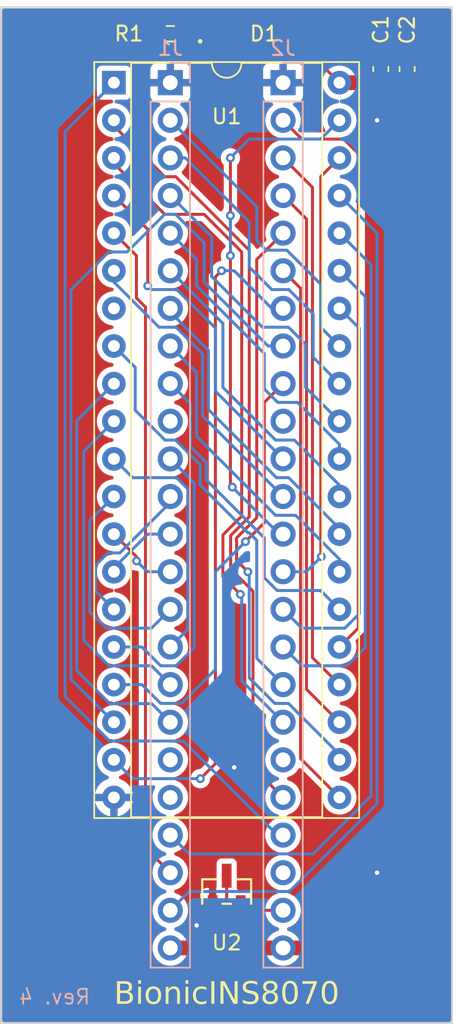
<source format=kicad_pcb>
(kicad_pcb (version 20221018) (generator pcbnew)
  (title_block (title "BionicINS8070") (date "2024-04-24") (rev "3") (company "Tadashi G. Takaoka"))
  (layers (0 "F.Cu" signal) (31 "B.Cu" signal) (34 "B.Paste" user) (35 "F.Paste" user) (36 "B.SilkS" user "B.Silkscreen") (37 "F.SilkS" user "F.Silkscreen") (38 "B.Mask" user) (39 "F.Mask" user) (44 "Edge.Cuts" user))
  (net 0 "")
  (net 1 "VCC")
  (net 2 "GND")
  (net 3 "/P53")
  (net 5 "/P26")
  (net 7 "/P27")
  (net 8 "/P47")
  (net 9 "/P46")
  (net 10 "Net-(J2-P57)")
  (net 12 "/P25")
  (net 13 "/P24")
  (net 14 "/P23")
  (net 15 "/P22")
  (net 16 "/P21")
  (net 17 "/P20")
  (net 18 "/P34")
  (net 20 "/P35")
  (net 21 "/P17")
  (net 22 "/P36")
  (net 23 "/P16")
  (net 25 "/P15")
  (net 26 "/P14")
  (net 27 "/P41")
  (net 28 "/P13")
  (net 29 "/P42")
  (net 30 "/P12")
  (net 31 "/P11")
  (net 32 "/P44")
  (net 33 "/P10")
  (net 34 "/P45")
  (net 35 "/P33")
  (net 36 "/P32")
  (net 37 "/P31")
  (net 38 "/P30")
  (net 39 "/P51")
  (net 40 "/P55")
  (net 41 "/P43")
  (net 42 "/P52")
  (net 43 "/P54")
  (net 44 "/P40")
  (net 45 "/P37")
  (net 48 "Net-(D1-K)")
  (footprint "0-LocalLibrary:LED_CSL1901UW1_ROM" (layer "F.Cu") (at 116.2273 71.778)
    (fp_text reference "D1" (at 2.5527 0 unlocked) (layer "F.SilkS"))
    (fp_text value "CSL1901UW1")
    (fp_circle (center -1.778 0.508) (end -1.7018 0.508) (stroke (width 0.1524)) (fill none) (layer "F.SilkS"))
    (pad "1" smd rect (at -0.7747 0) (size 0.762 0.7112) (layers "F.Cu" "F.Paste" "F.Mask") (net 48 "Net-(D1-K)"))
    (pad "2" smd rect (at 0.7747 0) (size 0.762 0.7112) (layers "F.Cu" "F.Paste" "F.Mask") (net 1 "VCC"))
    (zone (net 0) (net_name "") (layer "F.Cu") (connect_pads (clearance 0)) (min_thickness 0.254)
      (keepout (tracks not_allowed) (vias not_allowed) (pads allowed) (copperpour not_allowed) (footprints allowed))
      (fill (thermal_gap 0.508) (thermal_bridge_width 0.508))
      (polygon (pts (xy 115.8844 71.4224) (xy 116.5702 71.4224) (xy 116.5702 72.1336) (xy 115.8844 72.1336)))
    )
  )
  (footprint "Capacitor_SMD:C_0603_1608Metric_Pad1.08x0.95mm_HandSolder" (layer "F.Cu") (at 128.432 74.1645 90)
    (fp_text reference "C2" (at 2.6405 0 90) (layer "F.SilkS"))
    (fp_text value "22u")
    (fp_line (start -0.146267 -0.51) (end 0.146267 -0.51) (stroke (width 0.12)) (layer "F.SilkS"))
    (fp_line (start -0.146267 0.51) (end 0.146267 0.51) (stroke (width 0.12)) (layer "F.SilkS"))
    (pad "1" smd roundrect (at -0.8625 0 90) (size 1.075 0.95) (layers "F.Cu" "F.Paste" "F.Mask") (net 1 "VCC"))
    (pad "2" smd roundrect (at 0.8625 0 90) (size 1.075 0.95) (layers "F.Cu" "F.Paste" "F.Mask") (net 2 "GND"))
  )
  (footprint "0-LocalLibrary:DIP-40_W15.24mm_Socket" (layer "F.Cu") (at 108.62 75.08)
    (fp_text reference "U1" (at 7.62 2.286) (layer "F.SilkS"))
    (fp_text value "INS8070")
    (fp_line (start -1.33 -1.39) (end -1.33 49.65) (stroke (width 0.12)) (layer "F.SilkS"))
    (fp_line (start -1.33 49.65) (end 16.57 49.65) (stroke (width 0.12)) (layer "F.SilkS"))
    (fp_line (start 1.16 -1.33) (end 1.16 49.59) (stroke (width 0.12)) (layer "F.SilkS"))
    (fp_line (start 1.16 49.59) (end 14.08 49.59) (stroke (width 0.12)) (layer "F.SilkS"))
    (fp_line (start 6.62 -1.33) (end 1.16 -1.33) (stroke (width 0.12)) (layer "F.SilkS"))
    (fp_line (start 14.08 -1.33) (end 8.62 -1.33) (stroke (width 0.12)) (layer "F.SilkS"))
    (fp_line (start 14.08 49.59) (end 14.08 -1.33) (stroke (width 0.12)) (layer "F.SilkS"))
    (fp_line (start 16.57 -1.39) (end -1.33 -1.39) (stroke (width 0.12)) (layer "F.SilkS"))
    (fp_line (start 16.57 49.65) (end 16.57 -1.39) (stroke (width 0.12)) (layer "F.SilkS"))
    (fp_arc (start 8.62 -1.33) (mid 7.62 -0.33) (end 6.62 -1.33) (stroke (width 0.12)) (layer "F.SilkS"))
    (pad "1" thru_hole rect (at 0 0) (size 1.6 1.6) (drill 0.8) (layers "*.Cu" "*.Mask") (net 40 "/P55"))
    (pad "2" thru_hole oval (at 0 2.54) (size 1.6 1.6) (drill 0.8) (layers "*.Cu" "*.Mask") (net 43 "/P54"))
    (pad "3" thru_hole oval (at 0 5.08) (size 1.6 1.6) (drill 0.8) (layers "*.Cu" "*.Mask") (net 8 "/P47"))
    (pad "4" thru_hole oval (at 0 7.62) (size 1.6 1.6) (drill 0.8) (layers "*.Cu" "*.Mask") (net 44 "/P40"))
    (pad "5" thru_hole oval (at 0 10.16) (size 1.6 1.6) (drill 0.8) (layers "*.Cu" "*.Mask") (net 42 "/P52"))
    (pad "6" thru_hole oval (at 0 12.7) (size 1.6 1.6) (drill 0.8) (layers "*.Cu" "*.Mask") (net 27 "/P41"))
    (pad "7" thru_hole oval (at 0 15.24) (size 1.6 1.6) (drill 0.8) (layers "*.Cu" "*.Mask"))
    (pad "8" thru_hole oval (at 0 17.78) (size 1.6 1.6) (drill 0.8) (layers "*.Cu" "*.Mask") (net 9 "/P46"))
    (pad "9" thru_hole oval (at 0 20.32) (size 1.6 1.6) (drill 0.8) (layers "*.Cu" "*.Mask") (net 45 "/P37"))
    (pad "10" thru_hole oval (at 0 22.86) (size 1.6 1.6) (drill 0.8) (layers "*.Cu" "*.Mask") (net 22 "/P36"))
    (pad "11" thru_hole oval (at 0 25.4) (size 1.6 1.6) (drill 0.8) (layers "*.Cu" "*.Mask") (net 20 "/P35"))
    (pad "12" thru_hole oval (at 0 27.94) (size 1.6 1.6) (drill 0.8) (layers "*.Cu" "*.Mask") (net 18 "/P34"))
    (pad "13" thru_hole oval (at 0 30.48) (size 1.6 1.6) (drill 0.8) (layers "*.Cu" "*.Mask") (net 35 "/P33"))
    (pad "14" thru_hole oval (at 0 33.02) (size 1.6 1.6) (drill 0.8) (layers "*.Cu" "*.Mask") (net 36 "/P32"))
    (pad "15" thru_hole oval (at 0 35.56) (size 1.6 1.6) (drill 0.8) (layers "*.Cu" "*.Mask") (net 37 "/P31"))
    (pad "16" thru_hole oval (at 0 38.1) (size 1.6 1.6) (drill 0.8) (layers "*.Cu" "*.Mask") (net 38 "/P30"))
    (pad "17" thru_hole oval (at 0 40.64) (size 1.6 1.6) (drill 0.8) (layers "*.Cu" "*.Mask") (net 7 "/P27"))
    (pad "18" thru_hole oval (at 0 43.18) (size 1.6 1.6) (drill 0.8) (layers "*.Cu" "*.Mask") (net 5 "/P26"))
    (pad "19" thru_hole oval (at 0 45.72) (size 1.6 1.6) (drill 0.8) (layers "*.Cu" "*.Mask") (net 12 "/P25"))
    (pad "20" thru_hole oval (at 0 48.26) (size 1.6 1.6) (drill 0.8) (layers "*.Cu" "*.Mask") (net 2 "GND"))
    (pad "21" thru_hole oval (at 15.24 48.26) (size 1.6 1.6) (drill 0.8) (layers "*.Cu" "*.Mask") (net 13 "/P24"))
    (pad "22" thru_hole oval (at 15.24 45.72) (size 1.6 1.6) (drill 0.8) (layers "*.Cu" "*.Mask") (net 14 "/P23"))
    (pad "23" thru_hole oval (at 15.24 43.18) (size 1.6 1.6) (drill 0.8) (layers "*.Cu" "*.Mask") (net 15 "/P22"))
    (pad "24" thru_hole oval (at 15.24 40.64) (size 1.6 1.6) (drill 0.8) (layers "*.Cu" "*.Mask") (net 16 "/P21"))
    (pad "25" thru_hole oval (at 15.24 38.1) (size 1.6 1.6) (drill 0.8) (layers "*.Cu" "*.Mask") (net 17 "/P20"))
    (pad "26" thru_hole oval (at 15.24 35.56) (size 1.6 1.6) (drill 0.8) (layers "*.Cu" "*.Mask") (net 21 "/P17"))
    (pad "27" thru_hole oval (at 15.24 33.02) (size 1.6 1.6) (drill 0.8) (layers "*.Cu" "*.Mask") (net 23 "/P16"))
    (pad "28" thru_hole oval (at 15.24 30.48) (size 1.6 1.6) (drill 0.8) (layers "*.Cu" "*.Mask") (net 25 "/P15"))
    (pad "29" thru_hole oval (at 15.24 27.94) (size 1.6 1.6) (drill 0.8) (layers "*.Cu" "*.Mask") (net 26 "/P14"))
    (pad "30" thru_hole oval (at 15.24 25.4) (size 1.6 1.6) (drill 0.8) (layers "*.Cu" "*.Mask") (net 28 "/P13"))
    (pad "31" thru_hole oval (at 15.24 22.86) (size 1.6 1.6) (drill 0.8) (layers "*.Cu" "*.Mask") (net 30 "/P12"))
    (pad "32" thru_hole oval (at 15.24 20.32) (size 1.6 1.6) (drill 0.8) (layers "*.Cu" "*.Mask") (net 31 "/P11"))
    (pad "33" thru_hole oval (at 15.24 17.78) (size 1.6 1.6) (drill 0.8) (layers "*.Cu" "*.Mask") (net 33 "/P10"))
    (pad "34" thru_hole oval (at 15.24 15.24) (size 1.6 1.6) (drill 0.8) (layers "*.Cu" "*.Mask") (net 32 "/P44"))
    (pad "35" thru_hole oval (at 15.24 12.7) (size 1.6 1.6) (drill 0.8) (layers "*.Cu" "*.Mask") (net 34 "/P45"))
    (pad "36" thru_hole oval (at 15.24 10.16) (size 1.6 1.6) (drill 0.8) (layers "*.Cu" "*.Mask") (net 39 "/P51"))
    (pad "37" thru_hole oval (at 15.24 7.62) (size 1.6 1.6) (drill 0.8) (layers "*.Cu" "*.Mask") (net 3 "/P53"))
    (pad "38" thru_hole oval (at 15.24 5.08) (size 1.6 1.6) (drill 0.8) (layers "*.Cu" "*.Mask") (net 41 "/P43"))
    (pad "39" thru_hole oval (at 15.24 2.54) (size 1.6 1.6) (drill 0.8) (layers "*.Cu" "*.Mask") (net 29 "/P42"))
    (pad "40" thru_hole oval (at 15.24 0) (size 1.6 1.6) (drill 0.8) (layers "*.Cu" "*.Mask") (net 1 "VCC"))
  )
  (footprint "Capacitor_SMD:C_0603_1608Metric_Pad1.08x0.95mm_HandSolder" (layer "F.Cu") (at 126.654 74.1645 90)
    (fp_text reference "C1" (at 2.667 0 90) (layer "F.SilkS"))
    (fp_text value "0.1u")
    (fp_line (start -0.146267 -0.51) (end 0.146267 -0.51) (stroke (width 0.12)) (layer "F.SilkS"))
    (fp_line (start -0.146267 0.51) (end 0.146267 0.51) (stroke (width 0.12)) (layer "F.SilkS"))
    (pad "1" smd roundrect (at -0.8625 0 90) (size 1.075 0.95) (layers "F.Cu" "F.Paste" "F.Mask") (net 1 "VCC"))
    (pad "2" smd roundrect (at 0.8625 0 90) (size 1.075 0.95) (layers "F.Cu" "F.Paste" "F.Mask") (net 2 "GND"))
  )
  (footprint "Resistor_SMD:R_0603_1608Metric_Pad0.98x0.95mm_HandSolder" (layer "F.Cu") (at 112.43 71.778 180)
    (fp_text reference "R1" (at 2.794 0) (layer "F.SilkS"))
    (fp_text value "1.6k")
    (fp_line (start -0.254724 -0.5225) (end 0.254724 -0.5225) (stroke (width 0.12)) (layer "F.SilkS"))
    (fp_line (start -0.254724 0.5225) (end 0.254724 0.5225) (stroke (width 0.12)) (layer "F.SilkS"))
    (pad "1" smd roundrect (at -0.9125 0 180) (size 0.975 0.95) (layers "F.Cu" "F.Paste" "F.Mask") (net 48 "Net-(D1-K)"))
    (pad "2" smd roundrect (at 0.9125 0 180) (size 0.975 0.95) (layers "F.Cu" "F.Paste" "F.Mask") (net 2 "GND"))
  )
  (footprint "0-LocalLibrary:SOT-23_MC_MCH-M" (layer "F.Cu") (at 116.24 129.69)
    (fp_text reference "U2" (at 0 3.4544 unlocked) (layer "F.SilkS"))
    (fp_text value "11AA010-I/TT")
    (fp_line (start -1.652 -0.827) (end -1.652 0.827) (stroke (width 0.1524)) (layer "F.SilkS"))
    (fp_line (start -0.66294 -0.827) (end -1.652 -0.827) (stroke (width 0.1524)) (layer "F.SilkS"))
    (fp_line (start -0.287061 0.827) (end 0.287061 0.827) (stroke (width 0.1524)) (layer "F.SilkS"))
    (fp_line (start 1.652 -0.827) (end 0.66294 -0.827) (stroke (width 0.1524)) (layer "F.SilkS"))
    (fp_line (start 1.652 0.827) (end 1.652 -0.827) (stroke (width 0.1524)) (layer "F.SilkS"))
    (pad "1" smd rect (at -0.950001 1.066) (size 0.6604 1.6256) (layers "F.Cu" "F.Paste" "F.Mask") (net 2 "GND"))
    (pad "2" smd rect (at 0.950001 1.066) (size 0.6604 1.6256) (layers "F.Cu" "F.Paste" "F.Mask") (net 10 "Net-(J2-P57)"))
    (pad "3" smd rect (at 0 -1.066) (size 0.6604 1.6256) (layers "F.Cu" "F.Paste" "F.Mask") (net 1 "VCC"))
  )
  (footprint "0-LocalLibrary:Bionic-P135_Vertical" (layer "B.Cu") (at 112.43 75.08 180)
    (fp_text reference "J1" (at 0 2.33) (layer "B.SilkS") (effects (justify mirror)))
    (fp_text value "Bionic-P135")
    (fp_line (start -1.33 -59.75) (end 1.33 -59.75) (stroke (width 0.12)) (layer "B.SilkS"))
    (fp_line (start -1.33 -1.27) (end -1.33 -59.75) (stroke (width 0.12)) (layer "B.SilkS"))
    (fp_line (start -1.33 -1.27) (end 1.33 -1.27) (stroke (width 0.12)) (layer "B.SilkS"))
    (fp_line (start -1.33 0) (end -1.33 1.33) (stroke (width 0.12)) (layer "B.SilkS"))
    (fp_line (start -1.33 1.33) (end 0 1.33) (stroke (width 0.12)) (layer "B.SilkS"))
    (fp_line (start 1.33 -1.27) (end 1.33 -59.75) (stroke (width 0.12)) (layer "B.SilkS"))
    (pad "1" thru_hole rect (at 0 0 180) (size 1.7 1.7) (drill 1) (layers "*.Cu" "*.Mask") (net 2 "GND"))
    (pad "2" thru_hole oval (at 0 -2.54 180) (size 1.7 1.7) (drill 1) (layers "*.Cu" "*.Mask") (net 33 "/P10"))
    (pad "3" thru_hole oval (at 0 -5.08 180) (size 1.7 1.7) (drill 1) (layers "*.Cu" "*.Mask") (net 31 "/P11"))
    (pad "4" thru_hole oval (at 0 -7.62 180) (size 1.7 1.7) (drill 1) (layers "*.Cu" "*.Mask") (net 30 "/P12"))
    (pad "5" thru_hole oval (at 0 -10.16 180) (size 1.7 1.7) (drill 1) (layers "*.Cu" "*.Mask") (net 28 "/P13"))
    (pad "6" thru_hole oval (at 0 -12.7 180) (size 1.7 1.7) (drill 1) (layers "*.Cu" "*.Mask") (net 26 "/P14"))
    (pad "7" thru_hole oval (at 0 -15.24 180) (size 1.7 1.7) (drill 1) (layers "*.Cu" "*.Mask") (net 25 "/P15"))
    (pad "8" thru_hole oval (at 0 -17.78 180) (size 1.7 1.7) (drill 1) (layers "*.Cu" "*.Mask") (net 23 "/P16"))
    (pad "9" thru_hole oval (at 0 -20.32 180) (size 1.7 1.7) (drill 1) (layers "*.Cu" "*.Mask") (net 21 "/P17"))
    (pad "10" thru_hole oval (at 0 -22.86 180) (size 1.7 1.7) (drill 1) (layers "*.Cu" "*.Mask"))
    (pad "11" thru_hole oval (at 0 -25.4 180) (size 1.7 1.7) (drill 1) (layers "*.Cu" "*.Mask") (net 38 "/P30"))
    (pad "12" thru_hole oval (at 0 -27.94 180) (size 1.7 1.7) (drill 1) (layers "*.Cu" "*.Mask") (net 37 "/P31"))
    (pad "13" thru_hole oval (at 0 -30.48 180) (size 1.7 1.7) (drill 1) (layers "*.Cu" "*.Mask") (net 36 "/P32"))
    (pad "14" thru_hole oval (at 0 -33.02 180) (size 1.7 1.7) (drill 1) (layers "*.Cu" "*.Mask") (net 35 "/P33"))
    (pad "15" thru_hole oval (at 0 -35.56 180) (size 1.7 1.7) (drill 1) (layers "*.Cu" "*.Mask") (net 18 "/P34"))
    (pad "16" thru_hole oval (at 0 -38.1 180) (size 1.7 1.7) (drill 1) (layers "*.Cu" "*.Mask") (net 20 "/P35"))
    (pad "17" thru_hole oval (at 0 -40.64 180) (size 1.7 1.7) (drill 1) (layers "*.Cu" "*.Mask") (net 22 "/P36"))
    (pad "18" thru_hole oval (at 0 -43.18 180) (size 1.7 1.7) (drill 1) (layers "*.Cu" "*.Mask") (net 45 "/P37"))
    (pad "19" thru_hole oval (at 0 -45.72 180) (size 1.7 1.7) (drill 1) (layers "*.Cu" "*.Mask"))
    (pad "20" thru_hole oval (at 0 -48.26 180) (size 1.7 1.7) (drill 1) (layers "*.Cu" "*.Mask"))
    (pad "21" thru_hole oval (at 0 -50.8 180) (size 1.7 1.7) (drill 1) (layers "*.Cu" "*.Mask") (net 39 "/P51"))
    (pad "22" thru_hole oval (at 0 -53.34 180) (size 1.7 1.7) (drill 1) (layers "*.Cu" "*.Mask") (net 42 "/P52"))
    (pad "23" thru_hole oval (at 0 -55.88 180) (size 1.7 1.7) (drill 1) (layers "*.Cu" "*.Mask") (net 3 "/P53"))
    (pad "24" thru_hole oval (at 0 -58.42 180) (size 1.7 1.7) (drill 1) (layers "*.Cu" "*.Mask") (net 1 "VCC"))
  )
  (footprint "0-LocalLibrary:Bionic-P245_Vertical" (layer "B.Cu") (at 120.05 75.08 180)
    (fp_text reference "J2" (at 0 2.33) (layer "B.SilkS") (effects (justify mirror)))
    (fp_text value "Bionic-P245")
    (fp_line (start -1.33 -59.75) (end 1.33 -59.75) (stroke (width 0.12)) (layer "B.SilkS"))
    (fp_line (start -1.33 -1.27) (end -1.33 -59.75) (stroke (width 0.12)) (layer "B.SilkS"))
    (fp_line (start -1.33 -1.27) (end 1.33 -1.27) (stroke (width 0.12)) (layer "B.SilkS"))
    (fp_line (start -1.33 0) (end -1.33 1.33) (stroke (width 0.12)) (layer "B.SilkS"))
    (fp_line (start -1.33 1.33) (end 0 1.33) (stroke (width 0.12)) (layer "B.SilkS"))
    (fp_line (start 1.33 -1.27) (end 1.33 -59.75) (stroke (width 0.12)) (layer "B.SilkS"))
    (pad "25" thru_hole oval (at 0 -58.42 180) (size 1.7 1.7) (drill 1) (layers "*.Cu" "*.Mask") (net 1 "VCC"))
    (pad "26" thru_hole oval (at 0 -55.88 180) (size 1.7 1.7) (drill 1) (layers "*.Cu" "*.Mask") (net 10 "Net-(J2-P57)"))
    (pad "27" thru_hole oval (at 0 -53.34 180) (size 1.7 1.7) (drill 1) (layers "*.Cu" "*.Mask"))
    (pad "28" thru_hole oval (at 0 -50.8 180) (size 1.7 1.7) (drill 1) (layers "*.Cu" "*.Mask") (net 40 "/P55"))
    (pad "29" thru_hole oval (at 0 -48.26 180) (size 1.7 1.7) (drill 1) (layers "*.Cu" "*.Mask") (net 43 "/P54"))
    (pad "30" thru_hole oval (at 0 -45.72 180) (size 1.7 1.7) (drill 1) (layers "*.Cu" "*.Mask"))
    (pad "31" thru_hole oval (at 0 -43.18 180) (size 1.7 1.7) (drill 1) (layers "*.Cu" "*.Mask") (net 8 "/P47"))
    (pad "32" thru_hole oval (at 0 -40.64 180) (size 1.7 1.7) (drill 1) (layers "*.Cu" "*.Mask") (net 9 "/P46"))
    (pad "33" thru_hole oval (at 0 -38.1 180) (size 1.7 1.7) (drill 1) (layers "*.Cu" "*.Mask") (net 34 "/P45"))
    (pad "34" thru_hole oval (at 0 -35.56 180) (size 1.7 1.7) (drill 1) (layers "*.Cu" "*.Mask") (net 32 "/P44"))
    (pad "35" thru_hole oval (at 0 -33.02 180) (size 1.7 1.7) (drill 1) (layers "*.Cu" "*.Mask") (net 41 "/P43"))
    (pad "36" thru_hole oval (at 0 -30.48 180) (size 1.7 1.7) (drill 1) (layers "*.Cu" "*.Mask") (net 29 "/P42"))
    (pad "37" thru_hole oval (at 0 -27.94 180) (size 1.7 1.7) (drill 1) (layers "*.Cu" "*.Mask") (net 27 "/P41"))
    (pad "38" thru_hole oval (at 0 -25.4 180) (size 1.7 1.7) (drill 1) (layers "*.Cu" "*.Mask") (net 44 "/P40"))
    (pad "39" thru_hole oval (at 0 -22.86 180) (size 1.7 1.7) (drill 1) (layers "*.Cu" "*.Mask"))
    (pad "40" thru_hole oval (at 0 -20.32 180) (size 1.7 1.7) (drill 1) (layers "*.Cu" "*.Mask") (net 7 "/P27"))
    (pad "41" thru_hole oval (at 0 -17.78 180) (size 1.7 1.7) (drill 1) (layers "*.Cu" "*.Mask") (net 5 "/P26"))
    (pad "42" thru_hole oval (at 0 -15.24 180) (size 1.7 1.7) (drill 1) (layers "*.Cu" "*.Mask") (net 12 "/P25"))
    (pad "43" thru_hole oval (at 0 -12.7 180) (size 1.7 1.7) (drill 1) (layers "*.Cu" "*.Mask") (net 13 "/P24"))
    (pad "44" thru_hole oval (at 0 -10.16 180) (size 1.7 1.7) (drill 1) (layers "*.Cu" "*.Mask") (net 14 "/P23"))
    (pad "45" thru_hole oval (at 0 -7.62 180) (size 1.7 1.7) (drill 1) (layers "*.Cu" "*.Mask") (net 15 "/P22"))
    (pad "46" thru_hole oval (at 0 -5.08 180) (size 1.7 1.7) (drill 1) (layers "*.Cu" "*.Mask") (net 16 "/P21"))
    (pad "47" thru_hole oval (at 0 -2.54 180) (size 1.7 1.7) (drill 1) (layers "*.Cu" "*.Mask") (net 17 "/P20"))
    (pad "48" thru_hole rect (at 0 0 180) (size 1.7 1.7) (drill 1) (layers "*.Cu" "*.Mask") (net 2 "GND"))
  )
  (gr_rect (start 101 70) (end 131.48 138.58) (stroke (width 0.15)) (fill none) (layer "Edge.Cuts"))
  (gr_text "Rev. 4" (at 107.096 136.802) (layer "B.SilkS") (effects (font (size 1 1)) (justify left mirror)))
  (gr_text "BionicINS8070" (at 116.24 136.6496) (layer "F.SilkS") (effects (font (size 1.5 1.5))))
  (segment (start 120.558 71.778) (end 123.86 75.08) (width 0.2) (layer "F.Cu") (net 1))
  (segment locked (start 120.05 133.5) (end 123.86 133.5) (width 1) (layer "F.Cu") (net 1))
  (segment (start 117.0147 71.778) (end 120.558 71.778) (width 0.2) (layer "F.Cu") (net 1))
  (segment (start 126.4 74.7995) (end 126.4 75.08) (width 0.2) (layer "F.Cu") (net 1))
  (segment locked (start 128.94 128.42) (end 128.94 77.62) (width 1) (layer "F.Cu") (net 1))
  (segment (start 128.94 77.62) (end 128.94 75.535) (width 1) (layer "F.Cu") (net 1))
  (segment locked (start 123.86 133.5) (end 128.94 128.42) (width 1) (layer "F.Cu") (net 1))
  (segment locked (start 126.4 75.08) (end 123.86 75.08) (width 1) (layer "F.Cu") (net 1))
  (segment (start 128.485 75.08) (end 126.4 75.08) (width 1) (layer "F.Cu") (net 1))
  (segment (start 128.94 75.535) (end 128.485 75.08) (width 1) (layer "F.Cu") (net 1))
  (segment (start 116.24 133.5) (end 116.24 128.624) (width 0.2) (layer "F.Cu") (net 1))
  (segment locked (start 112.43 133.5) (end 120.05 133.5) (width 1) (layer "F.Cu") (net 1))
  (via (at 126.4 128.42) (size 0.6) (drill 0.3) (layers "F.Cu" "B.Cu") (net 2))
  (via (at 116.748 121.308) (size 0.6) (drill 0.3) (layers "F.Cu" "B.Cu") (net 2))
  (via (at 126.4 77.62) (size 0.6) (drill 0.3) (layers "F.Cu" "B.Cu") (net 2))
  (via (at 114.208 131.976) (size 0.6) (drill 0.3) (layers "F.Cu" "B.Cu") (net 2))
  (segment (start 112.43 130.96) (end 113.7 129.69) (width 0.2) (layer "B.Cu") (net 3))
  (segment (start 126.4 123.7655) (end 126.4 85.24) (width 0.2) (layer "B.Cu") (net 3))
  (segment (start 113.7 129.69) (end 120.4755 129.69) (width 0.2) (layer "B.Cu") (net 3))
  (segment (start 126.4 85.24) (end 123.86 82.7) (width 0.2) (layer "B.Cu") (net 3))
  (segment (start 120.4755 129.69) (end 126.4 123.7655) (width 0.2) (layer "B.Cu") (net 3))
  (segment (start 112.0531 83.97) (end 109.5131 86.51) (width 0.2) (layer "B.Cu") (net 5))
  (segment (start 112.7892 83.97) (end 112.0531 83.97) (width 0.2) (layer "B.Cu") (net 5))
  (segment (start 109.5131 86.51) (end 108.2672 86.51) (width 0.2) (layer "B.Cu") (net 5))
  (segment (start 105.718 89.0592) (end 105.718 115.358) (width 0.2) (layer "B.Cu") (net 5))
  (segment (start 114.716 88.542) (end 114.716 85.8968) (width 0.2) (layer "B.Cu") (net 5))
  (segment (start 105.718 115.358) (end 108.62 118.26) (width 0.2) (layer "B.Cu") (net 5))
  (segment (start 108.2672 86.51) (end 105.718 89.0592) (width 0.2) (layer "B.Cu") (net 5))
  (segment (start 119.034 92.86) (end 114.716 88.542) (width 0.2) (layer "B.Cu") (net 5))
  (segment (start 120.05 92.86) (end 119.034 92.86) (width 0.2) (layer "B.Cu") (net 5))
  (segment (start 114.716 85.8968) (end 112.7892 83.97) (width 0.2) (layer "B.Cu") (net 5))
  (segment (start 118.78 96.67) (end 120.05 95.4) (width 0.2) (layer "F.Cu") (net 7))
  (segment (start 118.78 104.798) (end 118.78 96.67) (width 0.2) (layer "F.Cu") (net 7))
  (segment (start 117.51 106.068) (end 118.78 104.798) (width 0.2) (layer "F.Cu") (net 7))
  (via (at 117.51 106.068) (size 0.6) (drill 0.3) (layers "F.Cu" "B.Cu") (net 7))
  (segment (start 115.478 114.704) (end 113.192 116.99) (width 0.2) (layer "B.Cu") (net 7))
  (segment (start 110.5115 115.72) (end 108.62 115.72) (width 0.2) (layer "B.Cu") (net 7))
  (segment (start 111.7815 116.99) (end 110.5115 115.72) (width 0.2) (layer "B.Cu") (net 7))
  (segment (start 113.192 116.99) (end 111.7815 116.99) (width 0.2) (layer "B.Cu") (net 7))
  (segment (start 117.51 106.068) (end 115.478 108.1) (width 0.2) (layer "B.Cu") (net 7))
  (segment (start 115.478 108.1) (end 115.478 114.704) (width 0.2) (layer "B.Cu") (net 7))
  (segment (start 112.053 83.97) (end 108.62 80.537) (width 0.2) (layer "F.Cu") (net 8))
  (segment (start 117.256 86.51) (end 114.716 83.97) (width 0.2) (layer "F.Cu") (net 8))
  (segment (start 117.164 109.624) (end 115.986 108.446) (width 0.2) (layer "F.Cu") (net 8))
  (segment (start 115.986 105.612099) (end 117.256 104.342099) (width 0.2) (layer "F.Cu") (net 8))
  (segment (start 117.256 104.342099) (end 117.256 86.51) (width 0.2) (layer "F.Cu") (net 8))
  (segment (start 108.62 80.537) (end 108.62 80.16) (width 0.2) (layer "F.Cu") (net 8))
  (segment (start 115.986 108.446) (end 115.986 105.612099) (width 0.2) (layer "F.Cu") (net 8))
  (segment (start 114.716 83.97) (end 112.053 83.97) (width 0.2) (layer "F.Cu") (net 8))
  (via (at 117.164 109.624) (size 0.6) (drill 0.3) (layers "F.Cu" "B.Cu") (net 8))
  (segment (start 117.164 109.624) (end 117.256 109.716) (width 0.2) (layer "B.Cu") (net 8))
  (segment (start 117.256 109.716) (end 117.256 115.466) (width 0.2) (layer "B.Cu") (net 8))
  (segment (start 117.256 115.466) (end 120.05 118.26) (width 0.2) (layer "B.Cu") (net 8))
  (segment (start 112.0708 99.21) (end 110.0596 97.1988) (width 0.2) (layer "B.Cu") (net 9))
  (segment (start 120.05 115.72) (end 118.272 113.942) (width 0.2) (layer "B.Cu") (net 9))
  (segment (start 110.0596 97.1988) (end 110.0596 94.2996) (width 0.2) (layer "B.Cu") (net 9))
  (segment (start 117.672 105.468) (end 114.4473 102.2433) (width 0.2) (layer "B.Cu") (net 9))
  (segment (start 118.272 113.942) (end 118.272 105.981471) (width 0.2) (layer "B.Cu") (net 9))
  (segment (start 114.4473 102.2433) (end 114.4473 100.870954) (width 0.2) (layer "B.Cu") (net 9))
  (segment (start 112.786346 99.21) (end 112.0708 99.21) (width 0.2) (layer "B.Cu") (net 9))
  (segment (start 114.4473 100.870954) (end 112.786346 99.21) (width 0.2) (layer "B.Cu") (net 9))
  (segment (start 117.758529 105.468) (end 117.672 105.468) (width 0.2) (layer "B.Cu") (net 9))
  (segment (start 118.272 105.981471) (end 117.758529 105.468) (width 0.2) (layer "B.Cu") (net 9))
  (segment (start 110.0596 94.2996) (end 108.62 92.86) (width 0.2) (layer "B.Cu") (net 9))
  (segment (start 120.05 130.96) (end 117.394 130.96) (width 0.2) (layer "F.Cu") (net 10))
  (segment (start 117.394 130.96) (end 117.19 130.756) (width 0.2) (layer "F.Cu") (net 10))
  (segment (start 115.894 87.78) (end 115.478 88.196) (width 0.2) (layer "F.Cu") (net 12))
  (segment (start 115.478 88.196) (end 115.478 121.054) (width 0.2) (layer "F.Cu") (net 12))
  (segment (start 115.478 121.054) (end 114.462 122.07) (width 0.2) (layer "F.Cu") (net 12))
  (via (at 115.894 87.78) (size 0.6) (drill 0.3) (layers "F.Cu" "B.Cu") (net 12))
  (via (at 114.462 122.07) (size 0.6) (drill 0.3) (layers "F.Cu" "B.Cu") (net 12))
  (segment (start 114.462 122.07) (end 109.89 122.07) (width 0.2) (layer "B.Cu") (net 12))
  (segment (start 116.748 87.78) (end 119.288 90.32) (width 0.2) (layer "B.Cu") (net 12))
  (segment (start 119.288 90.32) (end 120.05 90.32) (width 0.2) (layer "B.Cu") (net 12))
  (segment (start 115.894 87.78) (end 116.748 87.78) (width 0.2) (layer "B.Cu") (net 12))
  (segment (start 109.89 122.07) (end 108.62 120.8) (width 0.2) (layer "B.Cu") (net 12))
  (segment (start 121.2327 107.4694) (end 121.2327 120.7127) (width 0.2) (layer "F.Cu") (net 13))
  (segment (start 121.2347 107.4674) (end 121.2327 107.4694) (width 0.2) (layer "F.Cu") (net 13))
  (segment (start 121.2347 88.9647) (end 121.2347 107.4674) (width 0.2) (layer "F.Cu") (net 13))
  (segment (start 120.05 87.78) (end 121.2347 88.9647) (width 0.2) (layer "F.Cu") (net 13))
  (segment (start 121.2327 120.7127) (end 123.86 123.34) (width 0.2) (layer "F.Cu") (net 13))
  (segment (start 116.91 107.338) (end 116.91 105.819471) (width 0.2) (layer "F.Cu") (net 14))
  (segment (start 118.272 87.018) (end 120.05 85.24) (width 0.2) (layer "F.Cu") (net 14))
  (segment (start 116.91 105.819471) (end 118.272 104.457471) (width 0.2) (layer "F.Cu") (net 14))
  (segment (start 118.272 104.457471) (end 118.272 87.018) (width 0.2) (layer "F.Cu") (net 14))
  (segment (start 117.672 108.1) (end 116.91 107.338) (width 0.2) (layer "F.Cu") (net 14))
  (via (at 117.672 108.1) (size 0.6) (drill 0.3) (layers "F.Cu" "B.Cu") (net 14))
  (segment (start 120.4152 116.99) (end 123.86 120.4348) (width 0.2) (layer "B.Cu") (net 14))
  (segment (start 119.490827 116.99) (end 120.4152 116.99) (width 0.2) (layer "B.Cu") (net 14))
  (segment (start 123.86 120.4348) (end 123.86 120.8) (width 0.2) (layer "B.Cu") (net 14))
  (segment (start 117.764 115.263173) (end 119.490827 116.99) (width 0.2) (layer "B.Cu") (net 14))
  (segment (start 117.672 108.1) (end 117.764 108.192) (width 0.2) (layer "B.Cu") (net 14))
  (segment (start 117.764 108.192) (end 117.764 115.263173) (width 0.2) (layer "B.Cu") (net 14))
  (segment (start 123.86 118.26) (end 121.6347 116.0347) (width 0.2) (layer "F.Cu") (net 15))
  (segment (start 121.6347 84.2847) (end 120.05 82.7) (width 0.2) (layer "F.Cu") (net 15))
  (segment (start 121.6347 116.0347) (end 121.6347 84.2847) (width 0.2) (layer "F.Cu") (net 15))
  (segment (start 122.0366 113.8966) (end 122.0366 82.1466) (width 0.2) (layer "F.Cu") (net 16))
  (segment (start 123.86 115.72) (end 122.0366 113.8966) (width 0.2) (layer "F.Cu") (net 16))
  (segment (start 122.0366 82.1466) (end 120.05 80.16) (width 0.2) (layer "F.Cu") (net 16))
  (segment (start 125.13 111.91) (end 123.86 113.18) (width 0.2) (layer "F.Cu") (net 17))
  (segment (start 120.05 77.62) (end 121.32 78.89) (width 0.2) (layer "F.Cu") (net 17))
  (segment (start 124.1509 78.89) (end 125.13 79.8691) (width 0.2) (layer "F.Cu") (net 17))
  (segment (start 121.32 78.89) (end 124.1509 78.89) (width 0.2) (layer "F.Cu") (net 17))
  (segment (start 125.13 79.8691) (end 125.13 111.91) (width 0.2) (layer "F.Cu") (net 17))
  (segment (start 112.43 110.64) (end 111.16 111.91) (width 0.2) (layer "B.Cu") (net 18))
  (segment (start 106.988 104.652) (end 108.62 103.02) (width 0.2) (layer "B.Cu") (net 18))
  (segment (start 111.16 111.91) (end 108.09195 111.91) (width 0.2) (layer "B.Cu") (net 18))
  (segment (start 108.09195 111.91) (end 106.988 110.80605) (width 0.2) (layer "B.Cu") (net 18))
  (segment (start 106.988 110.80605) (end 106.988 104.652) (width 0.2) (layer "B.Cu") (net 18))
  (segment (start 112.8491 101.75) (end 113.6133 102.5142) (width 0.2) (layer "B.Cu") (net 20))
  (segment (start 108.62 100.48) (end 109.89 101.75) (width 0.2) (layer "B.Cu") (net 20))
  (segment (start 109.89 101.75) (end 112.8491 101.75) (width 0.2) (layer "B.Cu") (net 20))
  (segment (start 113.6133 102.5142) (end 113.6133 111.9967) (width 0.2) (layer "B.Cu") (net 20))
  (segment (start 113.6133 111.9967) (end 112.43 113.18) (width 0.2) (layer "B.Cu") (net 20))
  (segment (start 113.8045 96.7745) (end 113.8045 99.662468) (width 0.2) (layer "B.Cu") (net 21))
  (segment (start 118.78 108.4982) (end 119.6518 109.37) (width 0.2) (layer "B.Cu") (net 21))
  (segment (start 114.8473 101.8813) (end 118.78 105.814) (width 0.2) (layer "B.Cu") (net 21))
  (segment (start 122.59 109.37) (end 123.86 110.64) (width 0.2) (layer "B.Cu") (net 21))
  (segment (start 112.43 95.4) (end 113.8045 96.7745) (width 0.2) (layer "B.Cu") (net 21))
  (segment (start 114.8473 100.705269) (end 114.8473 101.8813) (width 0.2) (layer "B.Cu") (net 21))
  (segment (start 118.78 105.814) (end 118.78 108.4982) (width 0.2) (layer "B.Cu") (net 21))
  (segment (start 119.6518 109.37) (end 122.59 109.37) (width 0.2) (layer "B.Cu") (net 21))
  (segment (start 113.8045 99.662468) (end 114.8473 100.705269) (width 0.2) (layer "B.Cu") (net 21))
  (segment (start 111.16 114.45) (end 112.43 115.72) (width 0.2) (layer "B.Cu") (net 22))
  (segment (start 108.2899 114.45) (end 111.16 114.45) (width 0.2) (layer "B.Cu") (net 22))
  (segment (start 106.588 112.7481) (end 108.2899 114.45) (width 0.2) (layer "B.Cu") (net 22))
  (segment (start 106.588 99.972) (end 106.588 112.7481) (width 0.2) (layer "B.Cu") (net 22))
  (segment (start 108.62 97.94) (end 106.588 99.972) (width 0.2) (layer "B.Cu") (net 22))
  (segment (start 120.8974 104.29) (end 119.542 104.29) (width 0.2) (layer "B.Cu") (net 23))
  (segment (start 114.208 94.638) (end 112.43 92.86) (width 0.2) (layer "B.Cu") (net 23))
  (segment (start 123.86 107.2526) (end 120.8974 104.29) (width 0.2) (layer "B.Cu") (net 23))
  (segment (start 119.542 104.29) (end 114.208 98.956) (width 0.2) (layer "B.Cu") (net 23))
  (segment (start 114.208 98.956) (end 114.208 94.638) (width 0.2) (layer "B.Cu") (net 23))
  (segment (start 123.86 108.1) (end 123.86 107.2526) (width 0.2) (layer "B.Cu") (net 23))
  (segment (start 112.43 90.574) (end 115.008 93.152) (width 0.2) (layer "B.Cu") (net 25))
  (segment (start 119.6056 101.75) (end 120.427 101.75) (width 0.2) (layer "B.Cu") (net 25))
  (segment (start 115.008 93.152) (end 115.008 97.1524) (width 0.2) (layer "B.Cu") (net 25))
  (segment (start 120.427 101.75) (end 123.86 105.183) (width 0.2) (layer "B.Cu") (net 25))
  (segment (start 123.86 105.183) (end 123.86 105.56) (width 0.2) (layer "B.Cu") (net 25))
  (segment (start 112.43 90.32) (end 112.43 90.574) (width 0.2) (layer "B.Cu") (net 25))
  (segment (start 115.008 97.1524) (end 119.6056 101.75) (width 0.2) (layer "B.Cu") (net 25))
  (segment (start 115.986 95.654) (end 119.542 99.21) (width 0.2) (layer "B.Cu") (net 26))
  (segment (start 123.86 102.258) (end 123.86 103.02) (width 0.2) (layer "B.Cu") (net 26))
  (segment (start 112.43 87.78) (end 115.986 91.336) (width 0.2) (layer "B.Cu") (net 26))
  (segment (start 120.812 99.21) (end 123.86 102.258) (width 0.2) (layer "B.Cu") (net 26))
  (segment (start 115.986 91.336) (end 115.986 95.654) (width 0.2) (layer "B.Cu") (net 26))
  (segment (start 119.542 99.21) (end 120.812 99.21) (width 0.2) (layer "B.Cu") (net 26))
  (segment (start 108.62 88.542) (end 111.668 91.59) (width 0.2) (layer "B.Cu") (net 27))
  (segment (start 108.62 87.78) (end 108.62 88.542) (width 0.2) (layer "B.Cu") (net 27))
  (segment (start 114.608 97.578) (end 120.05 103.02) (width 0.2) (layer "B.Cu") (net 27))
  (segment (start 111.668 91.59) (end 112.8152 91.59) (width 0.2) (layer "B.Cu") (net 27))
  (segment (start 112.8152 91.59) (end 114.608 93.3828) (width 0.2) (layer "B.Cu") (net 27))
  (segment (start 114.608 93.3828) (end 114.608 97.578) (width 0.2) (layer "B.Cu") (net 27))
  (segment (start 118.78 93.368) (end 118.78 95.756346) (width 0.2) (layer "B.Cu") (net 28))
  (segment (start 121.0316 96.67) (end 123.86 99.4984) (width 0.2) (layer "B.Cu") (net 28))
  (segment (start 118.78 95.756346) (end 119.693654 96.67) (width 0.2) (layer "B.Cu") (net 28))
  (segment (start 112.43 85.24) (end 114.208 87.018) (width 0.2) (layer "B.Cu") (net 28))
  (segment (start 114.208 87.018) (end 114.208 88.796) (width 0.2) (layer "B.Cu") (net 28))
  (segment (start 114.208 88.796) (end 118.78 93.368) (width 0.2) (layer "B.Cu") (net 28))
  (segment (start 123.86 99.4984) (end 123.86 100.48) (width 0.2) (layer "B.Cu") (net 28))
  (segment (start 119.693654 96.67) (end 121.0316 96.67) (width 0.2) (layer "B.Cu") (net 28))
  (segment (start 116.494 102.258) (end 116.621 102.385) (width 0.2) (layer "F.Cu") (net 29))
  (segment (start 116.494 86.764) (end 116.494 102.258) (width 0.2) (layer "F.Cu") (net 29))
  (segment (start 116.494 80.16) (end 116.494 84.05653) (width 0.2) (layer "F.Cu") (net 29))
  (via (at 116.494 86.764) (size 0.6) (drill 0.3) (layers "F.Cu" "B.Cu") (net 29))
  (via (at 116.494 80.16) (size 0.6) (drill 0.3) (layers "F.Cu" "B.Cu") (net 29))
  (via (at 116.494 84.05653) (size 0.6) (drill 0.3) (layers "F.Cu" "B.Cu") (net 29))
  (via (at 116.621 102.385) (size 0.6) (drill 0.3) (layers "F.Cu" "B.Cu") (net 29))
  (segment (start 119.796 105.56) (end 120.05 105.56) (width 0.2) (layer "B.Cu") (net 29))
  (segment (start 122.59 78.89) (end 123.86 77.62) (width 0.2) (layer "B.Cu") (net 29))
  (segment (start 116.494 84.05653) (end 116.494 86.764) (width 0.2) (layer "B.Cu") (net 29))
  (segment (start 116.621 102.385) (end 119.796 105.56) (width 0.2) (layer "B.Cu") (net 29))
  (segment (start 117.764 78.89) (end 122.59 78.89) (width 0.2) (layer "B.Cu") (net 29))
  (segment (start 116.494 80.16) (end 117.764 78.89) (width 0.2) (layer "B.Cu") (net 29))
  (segment (start 120.4189 91.59) (end 121.574 92.7451) (width 0.2) (layer "B.Cu") (net 30))
  (segment (start 121.574 95.654) (end 123.86 97.94) (width 0.2) (layer "B.Cu") (net 30))
  (segment (start 118.653 91.59) (end 120.4189 91.59) (width 0.2) (layer "B.Cu") (net 30))
  (segment (start 112.43 82.7) (end 115.224 85.494) (width 0.2) (layer "B.Cu") (net 30))
  (segment (start 115.224 85.494) (end 115.224 88.161) (width 0.2) (layer "B.Cu") (net 30))
  (segment (start 115.224 88.161) (end 118.653 91.59) (width 0.2) (layer "B.Cu") (net 30))
  (segment (start 121.574 92.7451) (end 121.574 95.654) (width 0.2) (layer "B.Cu") (net 30))
  (segment (start 113.446 80.16) (end 117.764 84.478) (width 0.2) (layer "B.Cu") (net 31))
  (segment (start 122.082 90.6945) (end 122.082 93.622) (width 0.2) (layer "B.Cu") (net 31))
  (segment (start 117.764 84.478) (end 117.764 87.526) (width 0.2) (layer "B.Cu") (net 31))
  (segment (start 112.43 80.16) (end 113.446 80.16) (width 0.2) (layer "B.Cu") (net 31))
  (segment (start 117.764 87.526) (end 119.288 89.05) (width 0.2) (layer "B.Cu") (net 31))
  (segment (start 120.4375 89.05) (end 122.082 90.6945) (width 0.2) (layer "B.Cu") (net 31))
  (segment (start 119.288 89.05) (end 120.4375 89.05) (width 0.2) (layer "B.Cu") (net 31))
  (segment (start 122.082 93.622) (end 123.86 95.4) (width 0.2) (layer "B.Cu") (net 31))
  (segment (start 125.2 110.9372) (end 125.2 91.66) (width 0.2) (layer "B.Cu") (net 32))
  (segment (start 121.32 111.91) (end 124.2272 111.91) (width 0.2) (layer "B.Cu") (net 32))
  (segment (start 125.2 91.66) (end 123.86 90.32) (width 0.2) (layer "B.Cu") (net 32))
  (segment (start 120.05 110.64) (end 121.32 111.91) (width 0.2) (layer "B.Cu") (net 32))
  (segment (start 124.2272 111.91) (end 125.2 110.9372) (width 0.2) (layer "B.Cu") (net 32))
  (segment (start 122.59 88.6775) (end 122.59 91.59) (width 0.2) (layer "B.Cu") (net 33))
  (segment (start 118.272 83.462) (end 118.272 85.748) (width 0.2) (layer "B.Cu") (net 33))
  (segment (start 120.3025 86.39) (end 122.59 88.6775) (width 0.2) (layer "B.Cu") (net 33))
  (segment (start 118.272 85.748) (end 118.914 86.39) (width 0.2) (layer "B.Cu") (net 33))
  (segment (start 112.43 77.62) (end 118.272 83.462) (width 0.2) (layer "B.Cu") (net 33))
  (segment (start 122.59 91.59) (end 123.86 92.86) (width 0.2) (layer "B.Cu") (net 33))
  (segment (start 118.914 86.39) (end 120.3025 86.39) (width 0.2) (layer "B.Cu") (net 33))
  (segment (start 125.6 113.218) (end 124.368 114.45) (width 0.2) (layer "B.Cu") (net 34))
  (segment (start 121.32 114.45) (end 120.05 113.18) (width 0.2) (layer "B.Cu") (net 34))
  (segment (start 125.6 89.52) (end 125.6 113.218) (width 0.2) (layer "B.Cu") (net 34))
  (segment (start 124.368 114.45) (end 121.32 114.45) (width 0.2) (layer "B.Cu") (net 34))
  (segment (start 123.86 87.78) (end 125.6 89.52) (width 0.2) (layer "B.Cu") (net 34))
  (segment (start 110.1523 107.0923) (end 108.62 105.56) (width 0.2) (layer "F.Cu") (net 35))
  (segment (start 110.1523 107.372419) (end 110.1523 107.0923) (width 0.2) (layer "F.Cu") (net 35))
  (via (at 110.1523 107.372419) (size 0.6) (drill 0.3) (layers "F.Cu" "B.Cu") (net 35))
  (segment (start 110.879881 108.1) (end 112.43 108.1) (width 0.2) (layer "B.Cu") (net 35))
  (segment (start 110.1523 107.372419) (end 110.879881 108.1) (width 0.2) (layer "B.Cu") (net 35))
  (segment (start 112.43 105.56) (end 110.906 105.56) (width 0.2) (layer "B.Cu") (net 36))
  (segment (start 108.62 107.846) (end 108.62 108.1) (width 0.2) (layer "B.Cu") (net 36))
  (segment (start 110.906 105.56) (end 108.62 107.846) (width 0.2) (layer "B.Cu") (net 36))
  (segment (start 112.43 103.4231) (end 112.43 103.02) (width 0.2) (layer "B.Cu") (net 37))
  (segment (start 108.62 110.64) (end 107.388 109.408) (width 0.2) (layer "B.Cu") (net 37))
  (segment (start 107.388 107.65115) (end 108.20915 106.83) (width 0.2) (layer "B.Cu") (net 37))
  (segment (start 109.0231 106.83) (end 112.43 103.4231) (width 0.2) (layer "B.Cu") (net 37))
  (segment (start 107.388 109.408) (end 107.388 107.65115) (width 0.2) (layer "B.Cu") (net 37))
  (segment (start 108.20915 106.83) (end 109.0231 106.83) (width 0.2) (layer "B.Cu") (net 37))
  (segment (start 111.7815 114.45) (end 110.5115 113.18) (width 0.2) (layer "B.Cu") (net 38))
  (segment (start 114.0473 113.2208) (end 112.8181 114.45) (width 0.2) (layer "B.Cu") (net 38))
  (segment (start 110.5115 113.18) (end 108.62 113.18) (width 0.2) (layer "B.Cu") (net 38))
  (segment (start 112.43 100.48) (end 114.0473 102.0973) (width 0.2) (layer "B.Cu") (net 38))
  (segment (start 112.8181 114.45) (end 111.7815 114.45) (width 0.2) (layer "B.Cu") (net 38))
  (segment (start 114.0473 102.0973) (end 114.0473 113.2208) (width 0.2) (layer "B.Cu") (net 38))
  (segment (start 126 87.38) (end 126 123.232) (width 0.2) (layer "B.Cu") (net 39))
  (segment (start 113.7 127.15) (end 112.43 125.88) (width 0.2) (layer "B.Cu") (net 39))
  (segment (start 122.082 127.15) (end 113.7 127.15) (width 0.2) (layer "B.Cu") (net 39))
  (segment (start 126 123.232) (end 122.082 127.15) (width 0.2) (layer "B.Cu") (net 39))
  (segment (start 123.86 85.24) (end 126 87.38) (width 0.2) (layer "B.Cu") (net 39))
  (segment (start 105.318 116.5192) (end 105.318 78.382) (width 0.2) (layer "B.Cu") (net 40))
  (segment (start 119.669 125.88) (end 113.319 119.53) (width 0.2) (layer "B.Cu") (net 40))
  (segment (start 105.318 78.382) (end 108.62 75.08) (width 0.2) (layer "B.Cu") (net 40))
  (segment (start 113.319 119.53) (end 108.3288 119.53) (width 0.2) (layer "B.Cu") (net 40))
  (segment (start 108.3288 119.53) (end 105.318 116.5192) (width 0.2) (layer "B.Cu") (net 40))
  (segment (start 120.05 125.88) (end 119.669 125.88) (width 0.2) (layer "B.Cu") (net 40))
  (segment (start 122.5997 107.0471) (end 122.5997 81.4203) (width 0.2) (layer "F.Cu") (net 41))
  (segment (start 122.6366 107.084) (end 122.5997 107.0471) (width 0.2) (layer "F.Cu") (net 41))
  (segment (start 122.5997 81.4203) (end 123.86 80.16) (width 0.2) (layer "F.Cu") (net 41))
  (via (at 122.6366 107.084) (size 0.6) (drill 0.3) (layers "F.Cu" "B.Cu") (net 41))
  (segment (start 122.6366 107.084) (end 121.6206 108.1) (width 0.2) (layer "B.Cu") (net 41))
  (segment (start 121.6206 108.1) (end 120.05 108.1) (width 0.2) (layer "B.Cu") (net 41))
  (segment (start 110.144 86.764) (end 108.62 85.24) (width 0.2) (layer "F.Cu") (net 42))
  (segment (start 110.7523 90.2298) (end 110.144 89.6215) (width 0.2) (layer "F.Cu") (net 42))
  (segment (start 110.7523 126.7423) (end 110.7523 90.2298) (width 0.2) (layer "F.Cu") (net 42))
  (segment (start 112.43 128.42) (end 110.7523 126.7423) (width 0.2) (layer "F.Cu") (net 42))
  (segment (start 110.144 89.6215) (end 110.144 86.764) (width 0.2) (layer "F.Cu") (net 42))
  (segment (start 117.764 86.3953) (end 112.7987 81.43) (width 0.2) (layer "F.Cu") (net 43))
  (segment (start 118.018 121.308) (end 118.018 109.42085) (width 0.2) (layer "F.Cu") (net 43))
  (segment (start 116.51 107.91285) (end 116.51 105.653785) (width 0.2) (layer "F.Cu") (net 43))
  (segment (start 118.018 109.42085) (end 116.51 107.91285) (width 0.2) (layer "F.Cu") (net 43))
  (segment (start 108.62 77.997) (end 108.62 77.62) (width 0.2) (layer "F.Cu") (net 43))
  (segment (start 112.7987 81.43) (end 112.053 81.43) (width 0.2) (layer "F.Cu") (net 43))
  (segment (start 116.51 105.653785) (end 117.764 104.399785) (width 0.2) (layer "F.Cu") (net 43))
  (segment (start 117.764 104.399785) (end 117.764 86.3953) (width 0.2) (layer "F.Cu") (net 43))
  (segment (start 120.05 123.34) (end 118.018 121.308) (width 0.2) (layer "F.Cu") (net 43))
  (segment (start 112.053 81.43) (end 108.62 77.997) (width 0.2) (layer "F.Cu") (net 43))
  (segment (start 110.906 88.796) (end 110.906 84.986) (width 0.2) (layer "F.Cu") (net 44))
  (segment (start 110.906 84.986) (end 108.62 82.7) (width 0.2) (layer "F.Cu") (net 44))
  (via (at 110.906 88.796) (size 0.6) (drill 0.3) (layers "F.Cu" "B.Cu") (net 44))
  (segment (start 112.880314 89.05) (end 115.478 91.647686) (width 0.2) (layer "B.Cu") (net 44))
  (segment (start 111.16 89.05) (end 112.880314 89.05) (width 0.2) (layer "B.Cu") (net 44))
  (segment (start 110.906 88.796) (end 111.16 89.05) (width 0.2) (layer "B.Cu") (net 44))
  (segment (start 115.478 91.647686) (end 115.478 95.908) (width 0.2) (layer "B.Cu") (net 44))
  (segment (start 115.478 95.908) (end 120.05 100.48) (width 0.2) (layer "B.Cu") (net 44))
  (segment (start 106.118 97.902) (end 106.118 114.7777) (width 0.2) (layer "B.Cu") (net 45))
  (segment (start 108.62 95.4) (end 106.118 97.902) (width 0.2) (layer "B.Cu") (net 45))
  (segment (start 111.1779 117.0079) (end 112.43 118.26) (width 0.2) (layer "B.Cu") (net 45))
  (segment (start 106.118 114.7777) (end 108.3482 117.0079) (width 0.2) (layer "B.Cu") (net 45))
  (segment (start 108.3482 117.0079) (end 111.1779 117.0079) (width 0.2) (layer "B.Cu") (net 45))
  (segment (start 113.3425 71.778) (end 115.4653 71.778) (width 0.2) (layer "F.Cu") (net 48))
  (zone (net 2) (net_name "GND") (layers "F&B.Cu") (connect_pads (clearance 0.35)) (min_thickness 0.25) (fill yes (thermal_gap 0.5) (thermal_bridge_width 0.5))
    (polygon (pts (xy 101 70) (xy 131.48 70) (xy 131.48 138.58) (xy 101 138.58)))
  )
)
</source>
